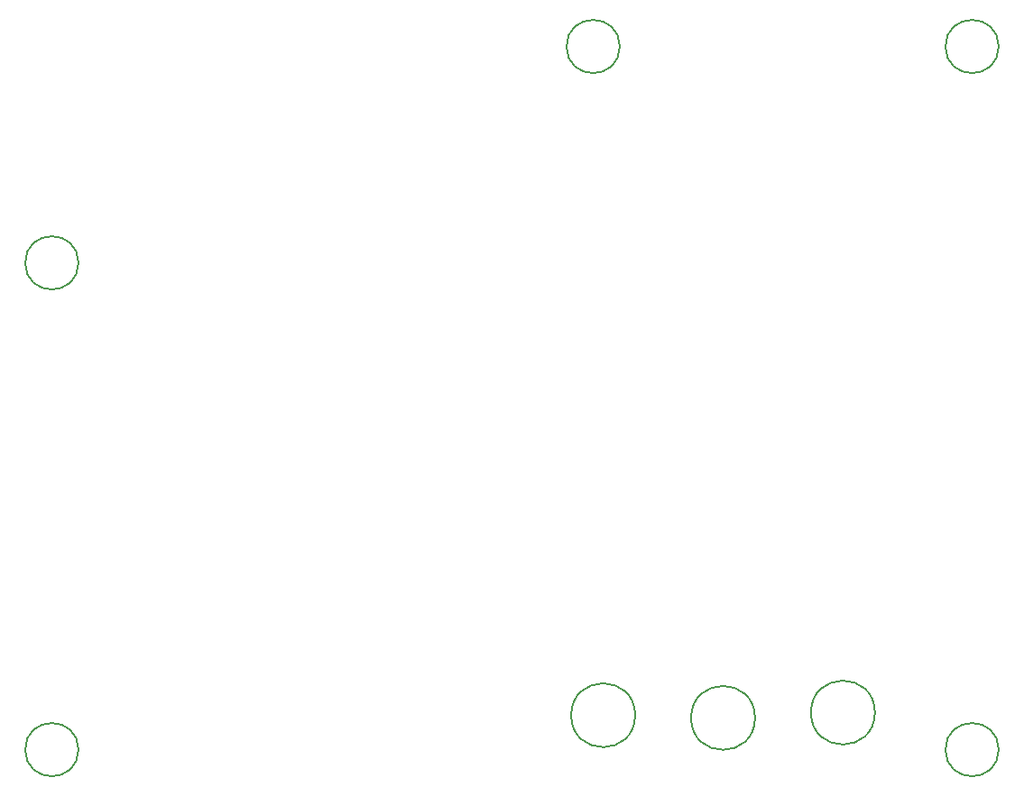
<source format=gbr>
%TF.GenerationSoftware,KiCad,Pcbnew,(6.0.1)*%
%TF.CreationDate,2022-09-26T20:39:58+01:00*%
%TF.ProjectId,psp-bluetooth,7073702d-626c-4756-9574-6f6f74682e6b,4*%
%TF.SameCoordinates,Original*%
%TF.FileFunction,Other,Comment*%
%FSLAX46Y46*%
G04 Gerber Fmt 4.6, Leading zero omitted, Abs format (unit mm)*
G04 Created by KiCad (PCBNEW (6.0.1)) date 2022-09-26 20:39:58*
%MOMM*%
%LPD*%
G01*
G04 APERTURE LIST*
%ADD10C,0.150000*%
G04 APERTURE END LIST*
D10*
%TO.C,H4*%
X114260000Y-93980000D02*
G75*
G03*
X114260000Y-93980000I-2500000J0D01*
G01*
%TO.C,H2*%
X200620000Y-27940000D02*
G75*
G03*
X200620000Y-27940000I-2500000J0D01*
G01*
%TO.C,H3*%
X200620000Y-93980000D02*
G75*
G03*
X200620000Y-93980000I-2500000J0D01*
G01*
%TO.C,H5*%
X114260000Y-48260000D02*
G75*
G03*
X114260000Y-48260000I-2500000J0D01*
G01*
%TO.C,REF\u002A\u002A*%
X177750000Y-91000000D02*
G75*
G03*
X177750000Y-91000000I-3000000J0D01*
G01*
%TO.C,H1*%
X165060000Y-27940000D02*
G75*
G03*
X165060000Y-27940000I-2500000J0D01*
G01*
%TO.C,REF\u002A\u002A*%
X189000000Y-90500000D02*
G75*
G03*
X189000000Y-90500000I-3000000J0D01*
G01*
X166500000Y-90750000D02*
G75*
G03*
X166500000Y-90750000I-3000000J0D01*
G01*
%TD*%
M02*

</source>
